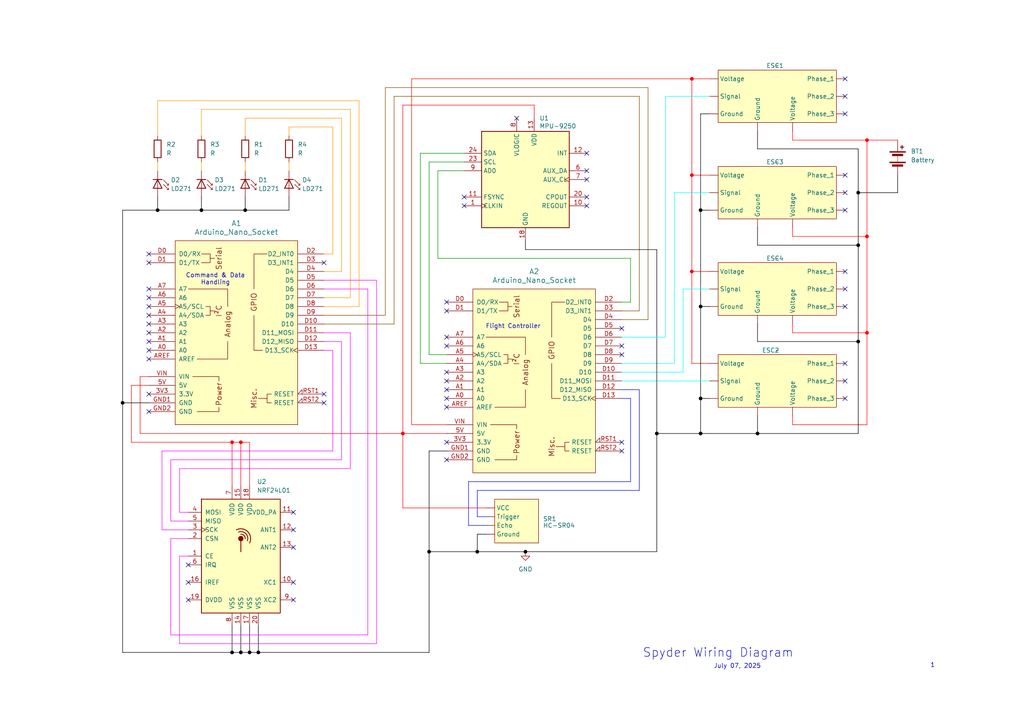
<source format=kicad_sch>
(kicad_sch (version 20250114) (generator "eeschema") (generator_version "9.0")
  (paper "A4")
  (lib_symbols
    (symbol "Device:Battery" (pin_numbers (hide yes)) (pin_names (offset 0) (hide yes))
      (property "Reference" "BT" (at 2.54 2.54 0))
      (property "Value" "Battery" (at 2.54 0 0))
      (symbol "Battery_0_1"
        (rectangle (start -2.286 1.778) (end 2.286 1.524) (fill (type outline)))
        (rectangle (start -2.286 -1.27) (end 2.286 -1.524) (fill (type outline)))
        (rectangle (start -1.524 1.016) (end 1.524 0.508) (fill (type outline)))
        (rectangle (start -1.524 -2.032) (end 1.524 -2.54) (fill (type outline)))
        (polyline (pts (xy 0 1.778) (xy 0 2.54)))
        (polyline (pts (xy 0 0) (xy 0 0.254)))
        (polyline (pts (xy 0 -0.508) (xy 0 -0.254)))
        (polyline (pts (xy 0 -1.016) (xy 0 -0.762)))
        (polyline (pts (xy 0.762 3.048) (xy 1.778 3.048)) (stroke (width 0.254)))
        (polyline (pts (xy 1.27 3.556) (xy 1.27 2.54)) (stroke (width 0.254)))
      )
      (symbol "Battery_1_1"
        (pin passive line (at 0 5.08 270) (length 2.54) (name "+") (number "1"))
        (pin passive line (at 0 -5.08 90) (length 2.54) (name "-") (number "2"))
      )
    )
    (symbol "Device:R" (pin_numbers (hide yes)) (pin_names (offset 0))
      (property "Reference" "R" (at 2.032 0 90))
      (property "Value" "R" (at 0 0 90))
      (symbol "R_0_1"
        (rectangle (start -1.016 -2.54) (end 1.016 2.54) (stroke (width 0.254)))
      )
      (symbol "R_1_1"
        (pin passive line (at 0 3.81 270) (length 1.27) (name "~") (number "1"))
        (pin passive line (at 0 -3.81 90) (length 1.27) (name "~") (number "2"))
      )
    )
    (symbol "Driver_Motor:Electronic_Speed_Controller"
      (property "Reference" "ESC" (at 0 -0.254 0))
      (symbol "Electronic_Speed_Controller_0_1"
        (rectangle (start -16.51 7.62) (end 17.78 -7.62) (fill (type color) (color 255 255 194 1)))
      )
      (symbol "Electronic_Speed_Controller_1_1"
        (pin input line (at -19.05 5.08 0) (length 2.54) (name "Voltage") (number ""))
        (pin input line (at -19.05 0 0) (length 2.54) (name "Signal") (number ""))
        (pin input line (at -19.05 -5.08 0) (length 2.54) (name "Ground") (number ""))
        (pin output line (at -5.08 -10.16 90) (length 2.54) (name "Ground") (number ""))
        (pin output line (at 5.08 -10.16 90) (length 2.54) (name "Voltage") (number ""))
        (pin output line (at 20.32 5.08 180) (length 2.54) (name "Phase_1") (number ""))
        (pin output line (at 20.32 0 180) (length 2.54) (name "Phase_2") (number ""))
        (pin output line (at 20.32 -5.08 180) (length 2.54) (name "Phase_3") (number ""))
      )
    )
    (symbol "Electronic_Speed_Controller_1"
      (property "Reference" "ESC" (at 0 -0.254 0))
      (symbol "Electronic_Speed_Controller_1_0_1"
        (rectangle (start -16.51 7.62) (end 17.78 -7.62) (fill (type color) (color 255 255 194 1)))
      )
      (symbol "Electronic_Speed_Controller_1_1_1"
        (pin input line (at -19.05 5.08 0) (length 2.54) (name "Voltage") (number ""))
        (pin input line (at -19.05 0 0) (length 2.54) (name "Signal") (number ""))
        (pin input line (at -19.05 -5.08 0) (length 2.54) (name "Ground") (number ""))
        (pin output line (at -5.08 -10.16 90) (length 2.54) (name "Ground") (number ""))
        (pin output line (at 5.08 -10.16 90) (length 2.54) (name "Voltage") (number ""))
        (pin output line (at 20.32 5.08 180) (length 2.54) (name "Phase_1") (number ""))
        (pin output line (at 20.32 0 180) (length 2.54) (name "Phase_2") (number ""))
        (pin output line (at 20.32 -5.08 180) (length 2.54) (name "Phase_3") (number ""))
      )
    )
    (symbol "Electronic_Speed_Controller_2"
      (property "Reference" "ESC" (at 0 -0.254 0))
      (symbol "Electronic_Speed_Controller_2_0_1"
        (rectangle (start -16.51 7.62) (end 17.78 -7.62) (fill (type color) (color 255 255 194 1)))
      )
      (symbol "Electronic_Speed_Controller_2_1_1"
        (pin input line (at -19.05 5.08 0) (length 2.54) (name "Voltage") (number ""))
        (pin input line (at -19.05 0 0) (length 2.54) (name "Signal") (number ""))
        (pin input line (at -19.05 -5.08 0) (length 2.54) (name "Ground") (number ""))
        (pin output line (at -5.08 -10.16 90) (length 2.54) (name "Ground") (number ""))
        (pin output line (at 5.08 -10.16 90) (length 2.54) (name "Voltage") (number ""))
        (pin output line (at 20.32 5.08 180) (length 2.54) (name "Phase_1") (number ""))
        (pin output line (at 20.32 0 180) (length 2.54) (name "Phase_2") (number ""))
        (pin output line (at 20.32 -5.08 180) (length 2.54) (name "Phase_3") (number ""))
      )
    )
    (symbol "Electronic_Speed_Controller_3"
      (property "Reference" "ESC" (at 0 -0.254 0))
      (symbol "Electronic_Speed_Controller_3_0_1"
        (rectangle (start -16.51 7.62) (end 17.78 -7.62) (fill (type color) (color 255 255 194 1)))
      )
      (symbol "Electronic_Speed_Controller_3_1_1"
        (pin input line (at -19.05 5.08 0) (length 2.54) (name "Voltage") (number ""))
        (pin input line (at -19.05 0 0) (length 2.54) (name "Signal") (number ""))
        (pin input line (at -19.05 -5.08 0) (length 2.54) (name "Ground") (number ""))
        (pin output line (at -5.08 -10.16 90) (length 2.54) (name "Ground") (number ""))
        (pin output line (at 5.08 -10.16 90) (length 2.54) (name "Voltage") (number ""))
        (pin output line (at 20.32 5.08 180) (length 2.54) (name "Phase_1") (number ""))
        (pin output line (at 20.32 0 180) (length 2.54) (name "Phase_2") (number ""))
        (pin output line (at 20.32 -5.08 180) (length 2.54) (name "Phase_3") (number ""))
      )
    )
    (symbol "LED:LD271" (pin_numbers (hide yes)) (pin_names (offset 1.016) (hide yes))
      (property "Reference" "D" (at 0.508 1.778 0))
      (property "Value" "LD271" (at -1.016 -2.794 0))
      (symbol "LD271_0_1"
        (polyline (pts (xy -2.54 1.27) (xy -2.54 -1.27)) (stroke (width 0.254)))
        (polyline (pts (xy -2.413 1.651) (xy -0.889 3.175) (xy -0.889 2.667) (xy -0.889 3.175) (xy -1.397 3.175)))
        (polyline (pts (xy -1.143 1.651) (xy 0.381 3.175) (xy 0.381 2.667)))
        (polyline (pts (xy 0 0) (xy -2.54 0)))
        (polyline (pts (xy 0 -1.27) (xy -2.54 0) (xy 0 1.27) (xy 0 -1.27)) (stroke (width 0.254)))
        (polyline (pts (xy 0.381 3.175) (xy -0.127 3.175)))
      )
      (symbol "LD271_1_1"
        (pin passive line (at -5.08 0 0) (length 2.54) (name "K") (number "1"))
        (pin passive line (at 2.54 0 180) (length 2.54) (name "A") (number "2"))
      )
    )
    (symbol "PCM_arduino-library:Arduino_Nano_Socket" (pin_names (offset 1.016))
      (property "Reference" "A" (at 0 33.02 0))
      (property "Value" "Arduino_Nano_Socket" (at 0 29.21 0))
      (symbol "Arduino_Nano_Socket_0_0"
        (rectangle (start -17.78 26.67) (end 17.78 -26.67) (fill (type background)))
        (polyline (pts (xy -11.43 -22.86) (xy -5.08 -22.86) (xy -5.08 -21.59)))
        (polyline (pts (xy -10.16 22.86) (xy -7.62 22.86) (xy -7.62 20.32) (xy -10.16 20.32)))
        (polyline (pts (xy -8.89 7.62) (xy -7.62 7.62) (xy -7.62 5.08) (xy -8.89 5.08)))
        (polyline (pts (xy -7.62 21.59) (xy -6.35 21.59)))
        (polyline (pts (xy -7.62 6.35) (xy -6.35 6.35)))
        (polyline (pts (xy -5.08 -13.97) (xy -5.08 -12.7) (xy -12.7 -12.7)))
        (polyline (pts (xy 8.89 -19.05) (xy 6.35 -19.05)))
        (text "Serial" (at -5.08 21.59 900) (effects (font (size 1.524 1.524))))
        (text "I²C" (at -5.08 6.35 900) (effects (font (size 1.524 1.524))))
        (text "Power" (at -5.08 -17.78 900) (effects (font (size 1.524 1.524))))
        (text "Analog" (at -2.54 2.54 900) (effects (font (size 1.524 1.524))))
        (text "Misc." (at 5.08 -19.05 900) (effects (font (size 1.524 1.524))))
      )
      (symbol "Arduino_Nano_Socket_0_1"
        (polyline (pts (xy -13.97 12.7) (xy -2.54 12.7) (xy -2.54 7.62)))
        (polyline (pts (xy -11.43 -7.62) (xy -2.54 -7.62) (xy -2.54 -2.54)))
        (polyline (pts (xy 7.62 -5.08) (xy 5.08 -5.08) (xy 5.08 5.08)))
        (polyline (pts (xy 8.89 22.86) (xy 5.08 22.86) (xy 5.08 12.7)))
        (polyline (pts (xy 10.16 -17.78) (xy 8.89 -17.78) (xy 8.89 -20.32) (xy 10.16 -20.32)))
      )
      (symbol "Arduino_Nano_Socket_1_0"
        (text "GPIO" (at 5.08 8.89 900) (effects (font (size 1.524 1.524))))
      )
      (symbol "Arduino_Nano_Socket_1_1"
        (pin bidirectional line (at -25.4 22.86 0) (length 7.62) (name "D0/RX") (number "D0"))
        (pin bidirectional line (at -25.4 20.32 0) (length 7.62) (name "D1/TX") (number "D1"))
        (pin input line (at -25.4 12.7 0) (length 7.62) (name "A7") (number "A7"))
        (pin input line (at -25.4 10.16 0) (length 7.62) (name "A6") (number "A6"))
        (pin bidirectional clock (at -25.4 7.62 0) (length 7.62) (name "A5/SCL") (number "A5"))
        (pin bidirectional line (at -25.4 5.08 0) (length 7.62) (name "A4/SDA") (number "A4"))
        (pin bidirectional line (at -25.4 2.54 0) (length 7.62) (name "A3") (number "A3"))
        (pin bidirectional line (at -25.4 0 0) (length 7.62) (name "A2") (number "A2"))
        (pin bidirectional line (at -25.4 -2.54 0) (length 7.62) (name "A1") (number "A1"))
        (pin bidirectional line (at -25.4 -5.08 0) (length 7.62) (name "A0") (number "A0"))
        (pin input line (at -25.4 -7.62 0) (length 7.62) (name "AREF") (number "AREF"))
        (pin power_in line (at -25.4 -12.7 0) (length 7.62) (name "VIN") (number "VIN"))
        (pin power_in line (at -25.4 -15.24 0) (length 7.62) (name "5V") (number "5V"))
        (pin power_out line (at -25.4 -17.78 0) (length 7.62) (name "3.3V") (number "3V3"))
        (pin power_in line (at -25.4 -20.32 0) (length 7.62) (name "GND") (number "GND1"))
        (pin power_in line (at -25.4 -22.86 0) (length 7.62) (name "GND") (number "GND2"))
        (pin bidirectional line (at 25.4 22.86 180) (length 7.62) (name "D2_INT0") (number "D2"))
        (pin bidirectional line (at 25.4 20.32 180) (length 7.62) (name "D3_INT1") (number "D3"))
        (pin bidirectional line (at 25.4 17.78 180) (length 7.62) (name "D4") (number "D4"))
        (pin bidirectional line (at 25.4 15.24 180) (length 7.62) (name "D5") (number "D5"))
        (pin bidirectional line (at 25.4 12.7 180) (length 7.62) (name "D6") (number "D6"))
        (pin bidirectional line (at 25.4 10.16 180) (length 7.62) (name "D7") (number "D7"))
        (pin bidirectional line (at 25.4 7.62 180) (length 7.62) (name "D8") (number "D8"))
        (pin bidirectional line (at 25.4 5.08 180) (length 7.62) (name "D9") (number "D9"))
        (pin bidirectional line (at 25.4 2.54 180) (length 7.62) (name "D10") (number "D10"))
        (pin bidirectional line (at 25.4 0 180) (length 7.62) (name "D11_MOSI") (number "D11"))
        (pin bidirectional line (at 25.4 -2.54 180) (length 7.62) (name "D12_MISO") (number "D12"))
        (pin bidirectional clock (at 25.4 -5.08 180) (length 7.62) (name "D13_SCK") (number "D13"))
        (pin open_collector input_low (at 25.4 -17.78 180) (length 7.62) (name "RESET") (number "RST1"))
        (pin open_collector input_low (at 25.4 -20.32 180) (length 7.62) (name "RESET") (number "RST2"))
      )
    )
    (symbol "RF:NRF24L01" (pin_names (offset 1.016))
      (property "Reference" "U" (at -11.43 17.78 0))
      (property "Value" "NRF24L01" (at 5.08 17.78 0))
      (symbol "NRF24L01_0_1"
        (rectangle (start -11.43 16.51) (end 11.43 -16.51) (stroke (width 0.254)) (fill (type background)))
        (arc (start -1.27 7.62) (mid 2.008 7.088) (end 2.54 3.81) (stroke (width 0.254)))
        (circle (center 0 5.08) (radius 0.635) (stroke (width 0.254)) (fill (type outline)))
        (polyline (pts (xy 0 4.445) (xy 0 1.27)) (stroke (width 0.254)))
        (arc (start -0.635 6.985) (mid 1.4383 6.5183) (end 1.905 4.445) (stroke (width 0.254)))
        (arc (start 0 6.35) (mid 0.9108 5.9908) (end 1.27 5.08) (stroke (width 0.254)))
        (rectangle (start 11.43 -13.97) (end 11.43 -13.97))
      )
      (symbol "NRF24L01_1_1"
        (pin input line (at -15.24 12.7 0) (length 3.81) (name "MOSI") (number "4"))
        (pin output line (at -15.24 10.16 0) (length 3.81) (name "MISO") (number "5"))
        (pin input clock (at -15.24 7.62 0) (length 3.81) (name "SCK") (number "3"))
        (pin input line (at -15.24 5.08 0) (length 3.81) (name "CSN") (number "2"))
        (pin input line (at -15.24 0 0) (length 3.81) (name "CE") (number "1"))
        (pin output line (at -15.24 -2.54 0) (length 3.81) (name "IRQ") (number "6"))
        (pin passive line (at -15.24 -7.62 0) (length 3.81) (name "IREF") (number "16"))
        (pin power_out line (at -15.24 -12.7 0) (length 3.81) (name "DVDD") (number "19"))
        (pin power_in line (at -2.54 20.32 270) (length 3.81) (name "VDD") (number "7"))
        (pin power_in line (at -2.54 -20.32 90) (length 3.81) (name "VSS") (number "8"))
        (pin power_in line (at 0 20.32 270) (length 3.81) (name "VDD") (number "15"))
        (pin power_in line (at 0 -20.32 90) (length 3.81) (name "VSS") (number "14"))
        (pin power_in line (at 2.54 20.32 270) (length 3.81) (name "VDD") (number "18"))
        (pin power_in line (at 2.54 -20.32 90) (length 3.81) (name "VSS") (number "17"))
        (pin power_in line (at 5.08 -20.32 90) (length 3.81) (name "VSS") (number "20"))
        (pin power_out line (at 15.24 12.7 180) (length 3.81) (name "VDD_PA") (number "11"))
        (pin passive line (at 15.24 7.62 180) (length 3.81) (name "ANT1") (number "12"))
        (pin passive line (at 15.24 2.54 180) (length 3.81) (name "ANT2") (number "13"))
        (pin passive line (at 15.24 -7.62 180) (length 3.81) (name "XC1") (number "10"))
        (pin passive line (at 15.24 -12.7 180) (length 3.81) (name "XC2") (number "9"))
      )
    )
    (symbol "Sensor_Motion:MPU-6050"
      (property "Reference" "U" (at -11.43 13.97 0))
      (property "Value" "MPU-6050" (at 7.62 -15.24 0))
      (symbol "MPU-6050_0_0"
        (text "" (at 12.7 -2.54 0) (effects (font (size 1.27 1.27))))
      )
      (symbol "MPU-6050_0_1"
        (rectangle (start -12.7 13.97) (end 12.7 -13.97) (stroke (width 0.254)) (fill (type background)))
      )
      (symbol "MPU-6050_1_1"
        (pin bidirectional line (at -17.78 7.62 0) (length 5.08) (name "SDA") (number "24"))
        (pin input line (at -17.78 5.08 0) (length 5.08) (name "SCL") (number "23"))
        (pin input line (at -17.78 2.54 0) (length 5.08) (name "AD0") (number "9"))
        (pin input line (at -17.78 -5.08 0) (length 5.08) (name "FSYNC") (number "11"))
        (pin input clock (at -17.78 -7.62 0) (length 5.08) (name "CLKIN") (number "1"))
        (pin no_connect line (at -12.7 12.7 0) (length 2.54) (hide yes) (name "NC") (number "2"))
        (pin no_connect line (at -12.7 10.16 0) (length 2.54) (hide yes) (name "NC") (number "3"))
        (pin no_connect line (at -12.7 0 0) (length 2.54) (hide yes) (name "NC") (number "4"))
        (pin no_connect line (at -12.7 -2.54 0) (length 2.54) (hide yes) (name "NC") (number "5"))
        (pin no_connect line (at -12.7 -10.16 0) (length 2.54) (hide yes) (name "NC") (number "14"))
        (pin power_in line (at -2.54 17.78 270) (length 3.81) (name "VLOGIC") (number "8"))
        (pin power_in line (at 0 -17.78 90) (length 3.81) (name "GND") (number "18"))
        (pin power_in line (at 2.54 17.78 270) (length 3.81) (name "VDD") (number "13"))
        (pin no_connect line (at 12.7 12.7 180) (length 2.54) (hide yes) (name "NC") (number "15"))
        (pin no_connect line (at 12.7 10.16 180) (length 2.54) (hide yes) (name "NC") (number "16"))
        (pin no_connect line (at 12.7 5.08 180) (length 2.54) (hide yes) (name "NC") (number "17"))
        (pin no_connect line (at 12.7 -2.54 180) (length 2.54) (hide yes) (name "RESV") (number "21"))
        (pin no_connect line (at 12.7 -10.16 180) (length 2.54) (hide yes) (name "RESV") (number "19"))
        (pin no_connect line (at 12.7 -12.7 180) (length 2.54) (hide yes) (name "RESV") (number "22"))
        (pin output line (at 17.78 7.62 180) (length 5.08) (name "INT") (number "12"))
        (pin bidirectional line (at 17.78 2.54 180) (length 5.08) (name "AUX_DA") (number "6"))
        (pin output clock (at 17.78 0 180) (length 5.08) (name "AUX_CL") (number "7"))
        (pin passive line (at 17.78 -5.08 180) (length 5.08) (name "CPOUT") (number "20"))
        (pin passive line (at 17.78 -7.62 180) (length 5.08) (name "REGOUT") (number "10"))
      )
    )
    (symbol "Sensor_Proximity:SR04"
      (property "Reference" "SR04" (at 3.556 0 0))
      (symbol "SR04_0_1"
        (rectangle (start -6.35 5.08) (end 6.35 -7.62) (fill (type color) (color 255 255 194 1)))
      )
      (symbol "SR04_1_1"
        (pin input line (at -8.89 2.54 0) (length 2.54) (name "VCC") (number ""))
        (pin input line (at -8.89 0 0) (length 2.54) (name "Trigger") (number ""))
        (pin input line (at -8.89 -2.54 0) (length 2.54) (name "Echo") (number ""))
        (pin input line (at -8.89 -5.08 0) (length 2.54) (name "Ground") (number ""))
      )
    )
    (symbol "power:GND" (power) (pin_numbers (hide yes)) (pin_names (offset 0) (hide yes))
      (property "Value" "GND" (at 0 -3.81 0))
      (symbol "GND_0_1"
        (polyline (pts (xy 0 0) (xy 0 -1.27) (xy 1.27 -1.27) (xy 0 -2.54) (xy -1.27 -1.27) (xy 0 -1.27)))
      )
      (symbol "GND_1_1"
        (pin power_in line (at 0 0 270) (length 0) (name "~") (number "1"))
      )
    )
  )
  (text "Command & Data\nHandling" (at 62.484 81.026 0) (effects (font (size 1.27 1.27))))
  (text "Spyder Wiring Diagram\n" (at 208.28 187.96 0) (effects (font (size 2.54 2.54)) (justify top)))
  (text "July 07, 2025\n" (at 213.868 193.294 0) (effects (font (size 1.27 1.27))))
  (text "1\n" (at 270.51 193.04 0) (effects (font (size 1.27 1.27))))
  (text "Flight Controller" (at 148.844 94.742 0) (effects (font (size 1.27 1.27))))
  (junction (at 152.4 160.02) (color 0 0 0 1))
  (junction (at 69.85 189.23) (color 0 0 0 1))
  (junction (at 69.85 128.27) (color 255 0 0 1))
  (junction (at 251.46 96.52) (color 255 0 0 1))
  (junction (at 251.46 68.58) (color 255 0 0 1))
  (junction (at 219.71 125.73) (color 0 0 0 1))
  (junction (at 116.84 125.73) (color 255 0 0 1))
  (junction (at 67.31 128.27) (color 255 0 0 1))
  (junction (at 203.2 88.9) (color 0 0 0 1))
  (junction (at 190.5 125.73) (color 0 0 0 1))
  (junction (at 200.66 78.74) (color 255 0 0 1))
  (junction (at 248.92 55.88) (color 0 0 0 1))
  (junction (at 74.93 189.23) (color 0 0 0 1))
  (junction (at 203.2 125.73) (color 0 0 0 1))
  (junction (at 248.92 99.06) (color 0 0 0 1))
  (junction (at 248.92 71.12) (color 0 0 0 1))
  (junction (at 203.2 115.57) (color 0 0 0 1))
  (junction (at 138.43 160.02) (color 0 0 0 1))
  (junction (at 200.66 22.86) (color 255 0 0 1))
  (junction (at 35.56 116.84) (color 0 0 0 1))
  (junction (at 67.31 189.23) (color 0 0 0 1))
  (junction (at 251.46 40.64) (color 255 0 0 1))
  (junction (at 124.46 160.02) (color 0 0 0 1))
  (junction (at 72.39 189.23) (color 0 0 0 1))
  (junction (at 45.72 60.96) (color 0 0 0 1))
  (junction (at 203.2 60.96) (color 0 0 0 1))
  (junction (at 71.12 60.96) (color 0 0 0 1))
  (junction (at 200.66 50.8) (color 255 0 0 1))
  (junction (at 58.42 60.96) (color 0 0 0 1))
  (no_connect (at 129.54 87.63))
  (no_connect (at 43.18 119.38))
  (no_connect (at 129.54 115.57))
  (no_connect (at 129.54 113.03))
  (no_connect (at 85.09 153.67))
  (no_connect (at 245.11 110.49))
  (no_connect (at 245.11 27.94))
  (no_connect (at 43.18 86.36))
  (no_connect (at 43.18 73.66))
  (no_connect (at 43.18 96.52))
  (no_connect (at 85.09 158.75))
  (no_connect (at 43.18 76.2))
  (no_connect (at 93.98 114.3))
  (no_connect (at 245.11 78.74))
  (no_connect (at 170.18 52.07))
  (no_connect (at 245.11 88.9))
  (no_connect (at 170.18 49.53))
  (no_connect (at 180.34 128.27))
  (no_connect (at 43.18 91.44))
  (no_connect (at 170.18 57.15))
  (no_connect (at 129.54 107.95))
  (no_connect (at 129.54 90.17))
  (no_connect (at 43.18 99.06))
  (no_connect (at 245.11 55.88))
  (no_connect (at 134.62 57.15))
  (no_connect (at 170.18 59.69))
  (no_connect (at 129.54 133.35))
  (no_connect (at 54.61 168.91))
  (no_connect (at 180.34 130.81))
  (no_connect (at 43.18 104.14))
  (no_connect (at 129.54 118.11))
  (no_connect (at 43.18 93.98))
  (no_connect (at 54.61 173.99))
  (no_connect (at 180.34 100.33))
  (no_connect (at 170.18 44.45))
  (no_connect (at 134.62 59.69))
  (no_connect (at 43.18 83.82))
  (no_connect (at 43.18 88.9))
  (no_connect (at 245.11 50.8))
  (no_connect (at 129.54 110.49))
  (no_connect (at 43.18 101.6))
  (no_connect (at 129.54 97.79))
  (no_connect (at 245.11 115.57))
  (no_connect (at 245.11 105.41))
  (no_connect (at 245.11 33.02))
  (no_connect (at 129.54 128.27))
  (no_connect (at 129.54 100.33))
  (no_connect (at 93.98 116.84))
  (no_connect (at 149.86 34.29))
  (no_connect (at 245.11 60.96))
  (no_connect (at 85.09 148.59))
  (no_connect (at 93.98 76.2))
  (no_connect (at 85.09 168.91))
  (no_connect (at 245.11 83.82))
  (no_connect (at 245.11 22.86))
  (no_connect (at 54.61 163.83))
  (no_connect (at 180.34 95.25))
  (no_connect (at 180.34 102.87))
  (no_connect (at 43.18 114.3))
  (no_connect (at 85.09 173.99))
  (wire (pts (xy 106.68 83.82) (xy 106.68 184.15)) (stroke (width 0) (color 255 0 255 1)))
  (wire (pts (xy 35.56 189.23) (xy 67.31 189.23)) (stroke (width 0) (color 0 0 0 1)))
  (wire (pts (xy 198.12 83.82) (xy 198.12 107.95)) (stroke (width 0) (color 0 255 255 1)))
  (wire (pts (xy 109.22 81.28) (xy 109.22 186.69)) (stroke (width 0) (color 255 0 255 1)))
  (wire (pts (xy 140.97 147.32) (xy 116.84 147.32)) (stroke (width 0) (color 255 0 0 1)))
  (wire (pts (xy 251.46 123.19) (xy 229.87 123.19)) (stroke (width 0) (color 255 0 0 1)))
  (wire (pts (xy 205.74 33.02) (xy 203.2 33.02)) (stroke (width 0) (color 0 0 0 1)))
  (wire (pts (xy 193.04 27.94) (xy 205.74 27.94)) (stroke (width 0) (color 0 255 255 1)))
  (wire (pts (xy 93.98 93.98) (xy 114.3 93.98)) (stroke (width 0) (color 128 77 0 1)))
  (wire (pts (xy 49.53 156.21) (xy 54.61 156.21)) (stroke (width 0) (color 255 0 255 1)))
  (wire (pts (xy 200.66 22.86) (xy 200.66 50.8)) (stroke (width 0) (color 255 0 0 1)))
  (wire (pts (xy 182.88 115.57) (xy 182.88 139.7)) (stroke (width 0) (color 0 0 255 1)))
  (wire (pts (xy 154.94 34.29) (xy 154.94 30.48)) (stroke (width 0) (color 255 0 0 1)))
  (wire (pts (xy 72.39 128.27) (xy 69.85 128.27)) (stroke (width 0) (color 255 0 0 1)))
  (wire (pts (xy 96.52 36.83) (xy 83.82 36.83)) (stroke (width 0) (color 255 153 0 1)))
  (wire (pts (xy 101.6 31.75) (xy 58.42 31.75)) (stroke (width 0) (color 255 153 0 1)))
  (wire (pts (xy 114.3 93.98) (xy 114.3 27.94)) (stroke (width 0) (color 128 77 0 1)))
  (wire (pts (xy 190.5 125.73) (xy 190.5 160.02)) (stroke (width 0) (color 0 0 0 1)))
  (wire (pts (xy 248.92 71.12) (xy 248.92 99.06)) (stroke (width 0) (color 0 0 0 1)))
  (wire (pts (xy 93.98 91.44) (xy 111.76 91.44)) (stroke (width 0) (color 128 77 0 1)))
  (wire (pts (xy 35.56 116.84) (xy 35.56 189.23)) (stroke (width 0) (color 0 0 0 1)))
  (wire (pts (xy 38.1 128.27) (xy 38.1 111.76)) (stroke (width 0) (color 255 0 0 1)))
  (wire (pts (xy 52.07 161.29) (xy 54.61 161.29)) (stroke (width 0) (color 255 0 255 1)))
  (wire (pts (xy 101.6 135.89) (xy 52.07 135.89)) (stroke (width 0) (color 255 0 255 1)))
  (wire (pts (xy 69.85 128.27) (xy 69.85 140.97)) (stroke (width 0) (color 255 0 0 1)))
  (wire (pts (xy 187.96 25.4) (xy 187.96 92.71)) (stroke (width 0) (color 128 77 0 1)))
  (wire (pts (xy 251.46 68.58) (xy 251.46 96.52)) (stroke (width 0) (color 255 0 0 1)))
  (wire (pts (xy 45.72 29.21) (xy 45.72 39.37)) (stroke (width 0) (color 255 153 0 1)))
  (wire (pts (xy 200.66 50.8) (xy 200.66 78.74)) (stroke (width 0) (color 255 0 0 1)))
  (wire (pts (xy 83.82 57.15) (xy 83.82 60.96)) (stroke (width 0) (color 0 0 0 1)))
  (wire (pts (xy 200.66 78.74) (xy 200.66 105.41)) (stroke (width 0) (color 255 0 0 1)))
  (wire (pts (xy 203.2 88.9) (xy 205.74 88.9)) (stroke (width 0) (color 0 0 0 1)))
  (wire (pts (xy 200.66 78.74) (xy 205.74 78.74)) (stroke (width 0) (color 255 0 0 1)))
  (wire (pts (xy 35.56 60.96) (xy 35.56 116.84)) (stroke (width 0) (color 0 0 0 1)))
  (wire (pts (xy 121.92 105.41) (xy 129.54 105.41)))
  (wire (pts (xy 198.12 107.95) (xy 180.34 107.95)) (stroke (width 0) (color 0 255 255 1)))
  (wire (pts (xy 219.71 99.06) (xy 248.92 99.06)) (stroke (width 0) (color 0 0 0 1)))
  (wire (pts (xy 205.74 83.82) (xy 198.12 83.82)) (stroke (width 0) (color 0 255 255 1)))
  (wire (pts (xy 127 49.53) (xy 127 74.93)))
  (wire (pts (xy 138.43 154.94) (xy 140.97 154.94)) (stroke (width 0) (color 0 0 0 1)))
  (wire (pts (xy 72.39 140.97) (xy 72.39 128.27)) (stroke (width 0) (color 255 0 0 1)))
  (wire (pts (xy 129.54 123.19) (xy 119.38 123.19)) (stroke (width 0) (color 255 0 0 1)))
  (wire (pts (xy 135.89 152.4) (xy 140.97 152.4)) (stroke (width 0) (color 0 0 255 1)))
  (wire (pts (xy 99.06 34.29) (xy 71.12 34.29)) (stroke (width 0) (color 255 153 0 1)))
  (wire (pts (xy 45.72 46.99) (xy 45.72 49.53)) (stroke (width 0) (color 255 157 0 1)))
  (wire (pts (xy 229.87 66.04) (xy 229.87 68.58)) (stroke (width 0) (color 255 0 0 1)))
  (wire (pts (xy 248.92 43.18) (xy 248.92 55.88)) (stroke (width 0) (color 0 0 0 1)))
  (wire (pts (xy 67.31 189.23) (xy 69.85 189.23)) (stroke (width 0) (color 0 0 0 1)))
  (wire (pts (xy 71.12 57.15) (xy 71.12 60.96)) (stroke (width 0) (color 0 0 0 1)))
  (wire (pts (xy 96.52 73.66) (xy 96.52 36.83)) (stroke (width 0) (color 255 153 0 1)))
  (wire (pts (xy 182.88 139.7) (xy 135.89 139.7)) (stroke (width 0) (color 0 0 255 1)))
  (wire (pts (xy 72.39 189.23) (xy 74.93 189.23)) (stroke (width 0) (color 0 0 0 1)))
  (wire (pts (xy 58.42 60.96) (xy 45.72 60.96)) (stroke (width 0) (color 0 0 0 1)))
  (wire (pts (xy 99.06 133.35) (xy 49.53 133.35)) (stroke (width 0) (color 255 0 255 1)))
  (wire (pts (xy 152.4 72.39) (xy 190.5 72.39)) (stroke (width 0) (color 0 0 0 1)))
  (wire (pts (xy 46.99 130.81) (xy 46.99 153.67)) (stroke (width 0) (color 255 0 255 1)))
  (wire (pts (xy 40.64 109.22) (xy 40.64 125.73)) (stroke (width 0) (color 255 0 0 1)))
  (wire (pts (xy 138.43 142.24) (xy 138.43 149.86)) (stroke (width 0) (color 0 0 255 1)))
  (wire (pts (xy 72.39 181.61) (xy 72.39 189.23)) (stroke (width 0) (color 0 0 0 1)))
  (wire (pts (xy 74.93 189.23) (xy 124.46 189.23)) (stroke (width 0) (color 0 0 0 1)))
  (wire (pts (xy 185.42 90.17) (xy 180.34 90.17)) (stroke (width 0) (color 128 77 0 1)))
  (wire (pts (xy 71.12 34.29) (xy 71.12 39.37)) (stroke (width 0) (color 255 153 0 1)))
  (wire (pts (xy 203.2 88.9) (xy 203.2 115.57)) (stroke (width 0) (color 0 0 0 1)))
  (wire (pts (xy 83.82 46.99) (xy 83.82 49.53)) (stroke (width 0) (color 255 157 0 1)))
  (wire (pts (xy 99.06 99.06) (xy 99.06 133.35)) (stroke (width 0) (color 255 0 255 1)))
  (wire (pts (xy 116.84 30.48) (xy 116.84 125.73)) (stroke (width 0) (color 255 0 0 1)))
  (wire (pts (xy 195.58 105.41) (xy 180.34 105.41)) (stroke (width 0) (color 0 255 255 1)))
  (wire (pts (xy 111.76 91.44) (xy 111.76 25.4)) (stroke (width 0) (color 128 77 0 1)))
  (wire (pts (xy 40.64 125.73) (xy 116.84 125.73)) (stroke (width 0) (color 255 0 0 1)))
  (wire (pts (xy 124.46 160.02) (xy 138.43 160.02)) (stroke (width 0) (color 0 0 0 1)))
  (wire (pts (xy 203.2 33.02) (xy 203.2 60.96)) (stroke (width 0) (color 0 0 0 1)))
  (wire (pts (xy 109.22 186.69) (xy 52.07 186.69)) (stroke (width 0) (color 255 0 255 1)))
  (wire (pts (xy 185.42 27.94) (xy 185.42 90.17)) (stroke (width 0) (color 128 77 0 1)))
  (wire (pts (xy 124.46 46.99) (xy 124.46 102.87)))
  (wire (pts (xy 260.35 40.64) (xy 251.46 40.64)) (stroke (width 0) (color 255 0 0 1)))
  (wire (pts (xy 101.6 96.52) (xy 101.6 135.89)) (stroke (width 0) (color 255 0 255 1)))
  (wire (pts (xy 180.34 110.49) (xy 205.74 110.49)) (stroke (width 0) (color 0 255 255 1)))
  (wire (pts (xy 195.58 55.88) (xy 205.74 55.88)) (stroke (width 0) (color 0 255 255 1)))
  (wire (pts (xy 93.98 99.06) (xy 99.06 99.06)) (stroke (width 0) (color 255 0 255 1)))
  (wire (pts (xy 49.53 133.35) (xy 49.53 151.13)) (stroke (width 0) (color 255 0 255 1)))
  (wire (pts (xy 58.42 57.15) (xy 58.42 60.96)) (stroke (width 0) (color 0 0 0 1)))
  (wire (pts (xy 180.34 113.03) (xy 185.42 113.03)) (stroke (width 0) (color 0 0 255 1)))
  (wire (pts (xy 182.88 87.63) (xy 180.34 87.63)))
  (wire (pts (xy 219.71 66.04) (xy 219.71 71.12)) (stroke (width 0) (color 0 0 0 1)))
  (wire (pts (xy 96.52 73.66) (xy 93.98 73.66)) (stroke (width 0) (color 255 153 0 1)))
  (wire (pts (xy 43.18 109.22) (xy 40.64 109.22)) (stroke (width 0) (color 255 0 0 1)))
  (wire (pts (xy 219.71 38.1) (xy 219.71 43.18)) (stroke (width 0) (color 0 0 0 1)))
  (wire (pts (xy 104.14 29.21) (xy 45.72 29.21)) (stroke (width 0) (color 255 153 0 1)))
  (wire (pts (xy 193.04 97.79) (xy 193.04 27.94)) (stroke (width 0) (color 0 255 255 1)))
  (wire (pts (xy 127 74.93) (xy 182.88 74.93)))
  (wire (pts (xy 93.98 86.36) (xy 101.6 86.36)) (stroke (width 0) (color 255 153 0 1)))
  (wire (pts (xy 101.6 86.36) (xy 101.6 31.75)) (stroke (width 0) (color 255 153 0 1)))
  (wire (pts (xy 182.88 74.93) (xy 182.88 87.63)))
  (wire (pts (xy 203.2 115.57) (xy 203.2 125.73)) (stroke (width 0) (color 0 0 0 1)))
  (wire (pts (xy 134.62 44.45) (xy 121.92 44.45)))
  (wire (pts (xy 93.98 101.6) (xy 96.52 101.6)) (stroke (width 0) (color 255 0 255 1)))
  (wire (pts (xy 69.85 128.27) (xy 67.31 128.27)) (stroke (width 0) (color 255 0 0 1)))
  (wire (pts (xy 260.35 50.8) (xy 260.35 55.88)) (stroke (width 0) (color 0 0 0 1)))
  (wire (pts (xy 134.62 46.99) (xy 124.46 46.99)))
  (wire (pts (xy 38.1 111.76) (xy 43.18 111.76)) (stroke (width 0) (color 255 0 0 1)))
  (wire (pts (xy 96.52 130.81) (xy 46.99 130.81)) (stroke (width 0) (color 255 0 255 1)))
  (wire (pts (xy 219.71 125.73) (xy 219.71 120.65)) (stroke (width 0) (color 0 0 0 1)))
  (wire (pts (xy 187.96 92.71) (xy 180.34 92.71)) (stroke (width 0) (color 128 77 0 1)))
  (wire (pts (xy 35.56 116.84) (xy 43.18 116.84)) (stroke (width 0) (color 0 0 0 1)))
  (wire (pts (xy 135.89 139.7) (xy 135.89 152.4)) (stroke (width 0) (color 0 0 255 1)))
  (wire (pts (xy 71.12 46.99) (xy 71.12 49.53)) (stroke (width 0) (color 255 157 0 1)))
  (wire (pts (xy 93.98 96.52) (xy 101.6 96.52)) (stroke (width 0) (color 255 0 255 1)))
  (wire (pts (xy 138.43 149.86) (xy 140.97 149.86)) (stroke (width 0) (color 0 0 255 1)))
  (wire (pts (xy 124.46 160.02) (xy 124.46 189.23)) (stroke (width 0) (color 0 0 0 1)))
  (wire (pts (xy 119.38 22.86) (xy 200.66 22.86)) (stroke (width 0) (color 255 0 0 1)))
  (wire (pts (xy 185.42 113.03) (xy 185.42 142.24)) (stroke (width 0) (color 0 0 255 1)))
  (wire (pts (xy 45.72 57.15) (xy 45.72 60.96)) (stroke (width 0) (color 0 0 0 1)))
  (wire (pts (xy 134.62 49.53) (xy 127 49.53)))
  (wire (pts (xy 52.07 135.89) (xy 52.07 148.59)) (stroke (width 0) (color 255 0 255 1)))
  (wire (pts (xy 83.82 60.96) (xy 71.12 60.96)) (stroke (width 0) (color 0 0 0 1)))
  (wire (pts (xy 193.04 97.79) (xy 180.34 97.79)) (stroke (width 0) (color 0 255 255 1)))
  (wire (pts (xy 45.72 60.96) (xy 35.56 60.96)) (stroke (width 0) (color 0 0 0 1)))
  (wire (pts (xy 121.92 44.45) (xy 121.92 105.41)))
  (wire (pts (xy 203.2 60.96) (xy 203.2 88.9)) (stroke (width 0) (color 0 0 0 1)))
  (wire (pts (xy 99.06 78.74) (xy 99.06 34.29)) (stroke (width 0) (color 255 153 0 1)))
  (wire (pts (xy 203.2 115.57) (xy 205.74 115.57)) (stroke (width 0) (color 0 0 0 1)))
  (wire (pts (xy 200.66 50.8) (xy 205.74 50.8)) (stroke (width 0) (color 255 0 0 1)))
  (wire (pts (xy 116.84 125.73) (xy 129.54 125.73)) (stroke (width 0) (color 255 0 0 1)))
  (wire (pts (xy 124.46 130.81) (xy 124.46 160.02)) (stroke (width 0) (color 0 0 0 1)))
  (wire (pts (xy 106.68 184.15) (xy 49.53 184.15)) (stroke (width 0) (color 255 0 255 1)))
  (wire (pts (xy 251.46 40.64) (xy 251.46 68.58)) (stroke (width 0) (color 255 0 0 1)))
  (wire (pts (xy 67.31 128.27) (xy 67.31 140.97)) (stroke (width 0) (color 255 0 0 1)))
  (wire (pts (xy 104.14 88.9) (xy 104.14 29.21)) (stroke (width 0) (color 255 153 0 1)))
  (wire (pts (xy 93.98 88.9) (xy 104.14 88.9)) (stroke (width 0) (color 255 153 0 1)))
  (wire (pts (xy 114.3 27.94) (xy 185.42 27.94)) (stroke (width 0) (color 128 77 0 1)))
  (wire (pts (xy 203.2 125.73) (xy 219.71 125.73)) (stroke (width 0) (color 0 0 0 1)))
  (wire (pts (xy 260.35 55.88) (xy 248.92 55.88)) (stroke (width 0) (color 0 0 0 1)))
  (wire (pts (xy 229.87 96.52) (xy 251.46 96.52)) (stroke (width 0) (color 255 0 0 1)))
  (wire (pts (xy 49.53 184.15) (xy 49.53 156.21)) (stroke (width 0) (color 255 0 255 1)))
  (wire (pts (xy 203.2 60.96) (xy 205.74 60.96)) (stroke (width 0) (color 0 0 0 1)))
  (wire (pts (xy 185.42 142.24) (xy 138.43 142.24)) (stroke (width 0) (color 0 0 255 1)))
  (wire (pts (xy 67.31 128.27) (xy 38.1 128.27)) (stroke (width 0) (color 255 0 0 1)))
  (wire (pts (xy 119.38 123.19) (xy 119.38 22.86)) (stroke (width 0) (color 255 0 0 1)))
  (wire (pts (xy 229.87 38.1) (xy 229.87 40.64)) (stroke (width 0) (color 255 0 0 1)))
  (wire (pts (xy 116.84 147.32) (xy 116.84 125.73)) (stroke (width 0) (color 255 0 0 1)))
  (wire (pts (xy 219.71 43.18) (xy 248.92 43.18)) (stroke (width 0) (color 0 0 0 1)))
  (wire (pts (xy 74.93 181.61) (xy 74.93 189.23)) (stroke (width 0) (color 0 0 0 1)))
  (wire (pts (xy 154.94 30.48) (xy 116.84 30.48)) (stroke (width 0) (color 255 0 0 1)))
  (wire (pts (xy 52.07 186.69) (xy 52.07 161.29)) (stroke (width 0) (color 255 0 255 1)))
  (wire (pts (xy 69.85 181.61) (xy 69.85 189.23)) (stroke (width 0) (color 0 0 0 1)))
  (wire (pts (xy 49.53 151.13) (xy 54.61 151.13)) (stroke (width 0) (color 255 0 255 1)))
  (wire (pts (xy 58.42 46.99) (xy 58.42 49.53)) (stroke (width 0) (color 255 157 0 1)))
  (wire (pts (xy 124.46 130.81) (xy 129.54 130.81)) (stroke (width 0) (color 0 0 0 1)))
  (wire (pts (xy 248.92 125.73) (xy 219.71 125.73)) (stroke (width 0) (color 0 0 0 1)))
  (wire (pts (xy 190.5 72.39) (xy 190.5 125.73)) (stroke (width 0) (color 0 0 0 1)))
  (wire (pts (xy 138.43 154.94) (xy 138.43 160.02)) (stroke (width 0) (color 0 0 0 1)))
  (wire (pts (xy 229.87 40.64) (xy 251.46 40.64)) (stroke (width 0) (color 255 0 0 1)))
  (wire (pts (xy 138.43 160.02) (xy 152.4 160.02)) (stroke (width 0) (color 0 0 0 1)))
  (wire (pts (xy 67.31 181.61) (xy 67.31 189.23)) (stroke (width 0) (color 0 0 0 1)))
  (wire (pts (xy 124.46 102.87) (xy 129.54 102.87)))
  (wire (pts (xy 93.98 83.82) (xy 106.68 83.82)) (stroke (width 0) (color 255 0 255 1)))
  (wire (pts (xy 58.42 31.75) (xy 58.42 39.37)) (stroke (width 0) (color 255 153 0 1)))
  (wire (pts (xy 190.5 125.73) (xy 203.2 125.73)) (stroke (width 0) (color 0 0 0 1)))
  (wire (pts (xy 195.58 105.41) (xy 195.58 55.88)) (stroke (width 0) (color 0 255 255 1)))
  (wire (pts (xy 219.71 71.12) (xy 248.92 71.12)) (stroke (width 0) (color 0 0 0 1)))
  (wire (pts (xy 83.82 36.83) (xy 83.82 39.37)) (stroke (width 0) (color 255 153 0 1)))
  (wire (pts (xy 71.12 60.96) (xy 58.42 60.96)) (stroke (width 0) (color 0 0 0 1)))
  (wire (pts (xy 200.66 105.41) (xy 205.74 105.41)) (stroke (width 0) (color 255 0 0 1)))
  (wire (pts (xy 96.52 101.6) (xy 96.52 130.81)) (stroke (width 0) (color 255 0 255 1)))
  (wire (pts (xy 152.4 160.02) (xy 190.5 160.02)) (stroke (width 0) (color 0 0 0 1)))
  (wire (pts (xy 229.87 68.58) (xy 251.46 68.58)) (stroke (width 0) (color 255 0 0 1)))
  (wire (pts (xy 251.46 96.52) (xy 251.46 123.19)) (stroke (width 0) (color 255 0 0 1)))
  (wire (pts (xy 111.76 25.4) (xy 187.96 25.4)) (stroke (width 0) (color 128 77 0 1)))
  (wire (pts (xy 93.98 78.74) (xy 99.06 78.74)) (stroke (width 0) (color 255 153 0 1)))
  (wire (pts (xy 229.87 123.19) (xy 229.87 120.65)) (stroke (width 0) (color 255 0 0 1)))
  (wire (pts (xy 248.92 99.06) (xy 248.92 125.73)) (stroke (width 0) (color 0 0 0 1)))
  (wire (pts (xy 205.74 22.86) (xy 200.66 22.86)) (stroke (width 0) (color 255 0 0 1)))
  (wire (pts (xy 46.99 153.67) (xy 54.61 153.67)) (stroke (width 0) (color 255 0 255 1)))
  (wire (pts (xy 93.98 81.28) (xy 109.22 81.28)) (stroke (width 0) (color 255 0 255 1)))
  (wire (pts (xy 152.4 69.85) (xy 152.4 72.39)) (stroke (width 0) (color 0 0 0 1)))
  (wire (pts (xy 69.85 189.23) (xy 72.39 189.23)) (stroke (width 0) (color 0 0 0 1)))
  (wire (pts (xy 219.71 93.98) (xy 219.71 99.06)) (stroke (width 0) (color 0 0 0 1)))
  (wire (pts (xy 248.92 55.88) (xy 248.92 71.12)) (stroke (width 0) (color 0 0 0 1)))
  (wire (pts (xy 180.34 115.57) (xy 182.88 115.57)) (stroke (width 0) (color 0 0 255 1)))
  (wire (pts (xy 229.87 93.98) (xy 229.87 96.52)) (stroke (width 0) (color 255 0 0 1)))
  (wire (pts (xy 52.07 148.59) (xy 54.61 148.59)) (stroke (width 0) (color 255 0 255 1)))
  (symbol (lib_id "Device:R") (at 45.72 43.18 0) (unit 1)
    (property "Reference" "R2" (at 48.26 41.9099 0) (effects (justify left)))
    (property "Value" "R" (at 48.26 44.4499 0) (effects (justify left)))
    (property "Description" "Resistor" (effects (hide yes)))
  )
  (symbol (lib_id "Driver_Motor:Electronic_Speed_Controller") (at 224.79 27.94 0) (unit 1)
    (property "Reference" "ESC1" (at 224.79 19.05 0))
    (property "Value" "~" (at 225.425 19.05 0))
  )
  (symbol (lib_name "Electronic_Speed_Controller_2") (lib_id "Driver_Motor:Electronic_Speed_Controller") (at 224.79 83.82 0) (unit 1)
    (property "Reference" "ESC4" (at 224.79 74.93 0))
    (property "Value" "~" (at 225.425 74.93 0))
  )
  (symbol (lib_id "LED:LD271") (at 45.72 54.61 270) (unit 1)
    (property "Reference" "D2" (at 49.53 52.1969 90) (effects (justify left)))
    (property "Value" "LD271" (at 49.53 54.7369 90) (effects (justify left)))
    (property "Footprint" "LED_THT:LED_D5.0mm_IRGrey" (effects (hide yes)))
    (property "Datasheet" "http://www.alliedelec.com/m/d/40788c34903a719969df15f1fbea1056.pdf" (effects (hide yes)))
    (property "Description" "940nm IR-LED, 5mm" (effects (hide yes)))
  )
  (symbol (lib_id "Sensor_Proximity:SR04") (at 149.86 149.86 0) (unit 1)
    (property "Reference" "SR1" (at 157.48 150.4949 0) (effects (justify left)))
    (property "Value" "HC-SR04" (at 157.48 152.4 0) (effects (justify left)))
  )
  (symbol (lib_id "LED:LD271") (at 83.82 54.61 270) (unit 1)
    (property "Reference" "D4" (at 87.63 52.1969 90) (effects (justify left)))
    (property "Value" "LD271" (at 87.63 54.7369 90) (effects (justify left)))
    (property "Footprint" "LED_THT:LED_D5.0mm_IRGrey" (effects (hide yes)))
    (property "Datasheet" "http://www.alliedelec.com/m/d/40788c34903a719969df15f1fbea1056.pdf" (effects (hide yes)))
    (property "Description" "940nm IR-LED, 5mm" (effects (hide yes)))
  )
  (symbol (lib_id "LED:LD271") (at 58.42 54.61 270) (unit 1)
    (property "Reference" "D3" (at 62.23 52.1969 90) (effects (justify left)))
    (property "Value" "LD271" (at 62.23 54.7369 90) (effects (justify left)))
    (property "Footprint" "LED_THT:LED_D5.0mm_IRGrey" (effects (hide yes)))
    (property "Datasheet" "http://www.alliedelec.com/m/d/40788c34903a719969df15f1fbea1056.pdf" (effects (hide yes)))
    (property "Description" "940nm IR-LED, 5mm" (effects (hide yes)))
  )
  (symbol (lib_id "Sensor_Motion:MPU-6050") (at 152.4 52.07 0) (unit 1)
    (property "Reference" "U1" (at 156.464 34.29 0) (effects (font (thickness 0.1588)) (justify left)))
    (property "Value" "MPU-9250" (at 156.464 36.576 0) (effects (justify left)))
    (property "Footprint" "Sensor_Motion:InvenSense_QFN-24_4x4mm_P0.5mm" (effects (hide yes)))
    (property "Datasheet" "https://invensense.tdk.com/wp-content/uploads/2015/02/MPU-6000-Datasheet1.pdf" (effects (hide yes)))
    (property "Description" "InvenSense 6-Axis Motion Sensor, Gyroscope, Accelerometer, I2C" (effects (hide yes)))
  )
  (symbol (lib_id "PCM_arduino-library:Arduino_Nano_Socket") (at 68.58 96.52 0) (unit 1)
    (property "Reference" "A1" (at 68.58 64.77 0) (effects (font (size 1.524 1.524))))
    (property "Value" "Arduino_Nano_Socket" (at 68.58 67.31 0) (effects (font (size 1.524 1.524))))
    (property "Footprint" "PCM_arduino-library:Arduino_Nano_Socket" (effects (hide yes)))
    (property "Datasheet" "https://docs.arduino.cc/hardware/nano" (effects (hide yes)))
    (property "Description" "Socket for Arduino Nano" (effects (hide yes)))
  )
  (symbol (lib_id "Device:R") (at 58.42 43.18 0) (unit 1)
    (property "Reference" "R3" (at 60.96 41.9099 0) (effects (justify left)))
    (property "Value" "R" (at 60.96 44.4499 0) (effects (justify left)))
    (property "Description" "Resistor" (effects (hide yes)))
  )
  (symbol (lib_id "RF:NRF24L01") (at 69.85 161.29 0) (unit 1)
    (property "Reference" "U2" (at 74.5333 139.7 0) (effects (justify left)))
    (property "Value" "NRF24L01" (at 74.5333 142.24 0) (effects (justify left)))
    (property "Footprint" "Package_DFN_QFN:QFN-20-1EP_4x4mm_P0.5mm_EP2.5x2.5mm" (effects (hide yes)))
    (property "Datasheet" "http://www.nordicsemi.com/eng/content/download/2730/34105/file/nRF24L01_Product_Specification_v2_0.pdf" (effects (hide yes)))
    (property "Description" "Ultra low power 2.4GHz RF Transceiver, QFN-20" (effects (hide yes)))
  )
  (symbol (lib_id "Device:Battery") (at 260.35 45.72 0) (unit 1)
    (property "Reference" "BT1" (at 264.16 43.8784 0) (effects (justify left)))
    (property "Value" "Battery" (at 264.16 46.4184 0) (effects (justify left)))
    (property "Description" "Multiple-cell battery" (effects (hide yes)))
  )
  (symbol (lib_name "Electronic_Speed_Controller_1") (lib_id "Driver_Motor:Electronic_Speed_Controller") (at 224.79 55.88 0) (unit 1)
    (property "Reference" "ESC3" (at 224.79 46.99 0))
    (property "Value" "~" (at 225.425 46.99 0))
  )
  (symbol (lib_id "LED:LD271") (at 71.12 54.61 270) (unit 1)
    (property "Reference" "D1" (at 74.93 52.1969 90) (effects (justify left)))
    (property "Value" "LD271" (at 74.93 54.7369 90) (effects (justify left)))
    (property "Footprint" "LED_THT:LED_D5.0mm_IRGrey" (effects (hide yes)))
    (property "Datasheet" "http://www.alliedelec.com/m/d/40788c34903a719969df15f1fbea1056.pdf" (effects (hide yes)))
    (property "Description" "940nm IR-LED, 5mm" (effects (hide yes)))
  )
  (symbol (lib_name "Electronic_Speed_Controller_3") (lib_id "Driver_Motor:Electronic_Speed_Controller") (at 224.79 110.49 0) (unit 1)
    (property "Reference" "ESC2" (at 223.52 101.6 0))
    (property "Value" "~" (at 225.425 101.6 0))
  )
  (symbol (lib_id "Device:R") (at 71.12 43.18 0) (unit 1)
    (property "Reference" "R1" (at 73.66 41.9099 0) (effects (justify left)))
    (property "Value" "R" (at 73.66 44.4499 0) (effects (justify left)))
    (property "Description" "Resistor" (effects (hide yes)))
  )
  (symbol (lib_id "power:GND") (at 152.4 160.02 0) (unit 1)
    (property "Reference" "#PWR01" (effects (hide yes)))
    (property "Value" "GND" (at 152.4 165.1 0))
    (property "Description" "Power symbol creates a global label with name \"GND\" , ground" (effects (hide yes)))
  )
  (symbol (lib_id "PCM_arduino-library:Arduino_Nano_Socket") (at 154.94 110.49 0) (unit 1)
    (property "Reference" "A2" (at 154.94 78.74 0) (effects (font (size 1.524 1.524))))
    (property "Value" "Arduino_Nano_Socket" (at 154.94 81.28 0) (effects (font (size 1.524 1.524))))
    (property "Footprint" "PCM_arduino-library:Arduino_Nano_Socket" (effects (hide yes)))
    (property "Datasheet" "https://docs.arduino.cc/hardware/nano" (effects (hide yes)))
    (property "Description" "Socket for Arduino Nano" (effects (hide yes)))
  )
  (symbol (lib_id "Device:R") (at 83.82 43.18 0) (unit 1)
    (property "Reference" "R4" (at 86.36 41.9099 0) (effects (justify left)))
    (property "Value" "R" (at 86.36 44.4499 0) (effects (justify left)))
    (property "Description" "Resistor" (effects (hide yes)))
  )
)
</source>
